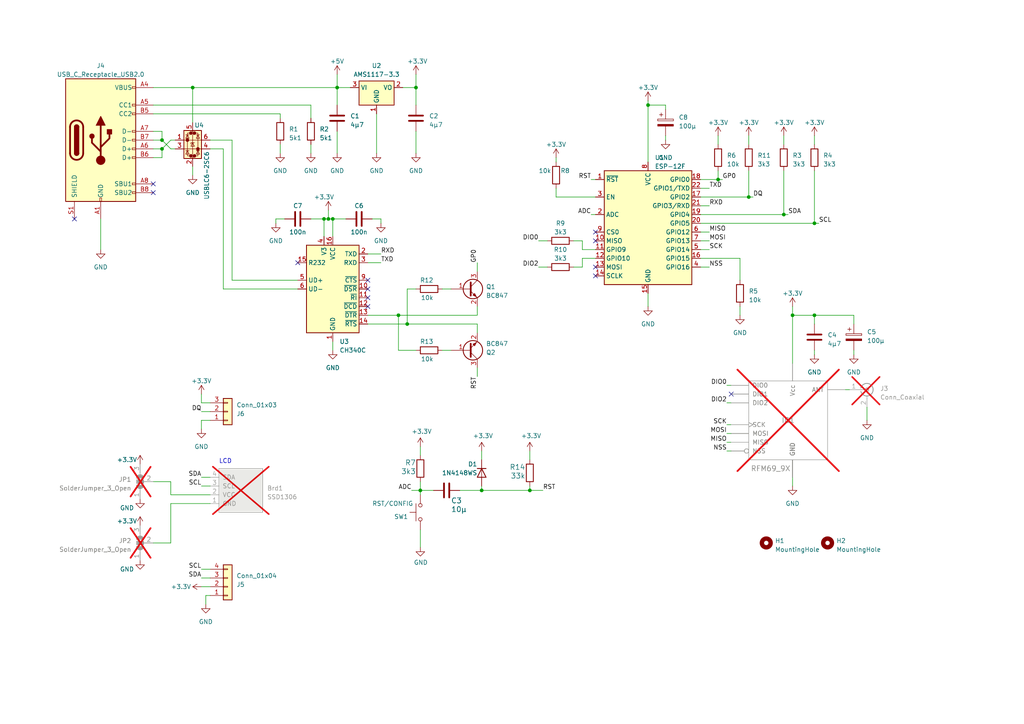
<source format=kicad_sch>
(kicad_sch (version 20231120) (generator "eeschema") (generator_version "8.0")
  (paper "A4")
  (title_block (date "2023-06-12"))
  (lib_symbols
    (symbol "1N4148WS_1" (pin_numbers hide) (pin_names hide)
      (property "Reference" "D" (at 0 2.54 0))
      (property "Value" "1N4148WS" (at 0 -2.54 0))
      (symbol "1N4148WS_1_0_1"
        (polyline (pts (xy -1.27 1.27) (xy -1.27 -1.27)) (stroke (width 0.254)))
        (polyline (pts (xy 1.27 0) (xy -1.27 0)))
        (polyline (pts (xy 1.27 1.27) (xy 1.27 -1.27) (xy -1.27 0) (xy 1.27 1.27)) (stroke (width 0.254)))
      )
      (symbol "1N4148WS_1_1_1"
        (pin passive line (at -3.81 0 0) (length 2.54) (name "K") (number "1"))
        (pin passive line (at 3.81 0 180) (length 2.54) (name "A") (number "2"))
      )
    )
    (symbol "Connector:Conn_Coaxial" (pin_names (offset 1.016) hide)
      (property "Reference" "J" (at 0.254 3.048 0))
      (property "Value" "Conn_Coaxial" (at 2.921 0 90))
      (symbol "Conn_Coaxial_0_1"
        (arc (start -1.778 -0.508) (mid 0.2311 -1.8066) (end 1.778 0) (stroke (width 0.254)))
        (polyline (pts (xy -2.54 0) (xy -0.508 0)))
        (polyline (pts (xy 0 -2.54) (xy 0 -1.778)))
        (circle (center 0 0) (radius 0.508) (stroke (width 0.2032)))
        (arc (start 1.778 0) (mid 0.2099 1.8101) (end -1.778 0.508) (stroke (width 0.254)))
      )
      (symbol "Conn_Coaxial_1_1"
        (pin passive line (at -5.08 0 0) (length 2.54) (name "In") (number "1"))
        (pin passive line (at 0 -5.08 90) (length 2.54) (name "Ext") (number "2"))
      )
    )
    (symbol "Connector:USB_C_Receptacle_USB2.0" (pin_names (offset 1.016))
      (property "Reference" "J" (at -10.16 19.05 0))
      (property "Value" "USB_C_Receptacle_USB2.0" (at 19.05 19.05 0))
      (symbol "USB_C_Receptacle_USB2.0_0_0"
        (rectangle (start -0.254 -17.78) (end 0.254 -16.764))
        (rectangle (start 10.16 -14.986) (end 9.144 -15.494))
        (rectangle (start 10.16 -12.446) (end 9.144 -12.954))
        (rectangle (start 10.16 -4.826) (end 9.144 -5.334))
        (rectangle (start 10.16 -2.286) (end 9.144 -2.794))
        (rectangle (start 10.16 0.254) (end 9.144 -0.254))
        (rectangle (start 10.16 2.794) (end 9.144 2.286))
        (rectangle (start 10.16 7.874) (end 9.144 7.366))
        (rectangle (start 10.16 10.414) (end 9.144 9.906))
        (rectangle (start 10.16 15.494) (end 9.144 14.986))
      )
      (symbol "USB_C_Receptacle_USB2.0_0_1"
        (rectangle (start -10.16 17.78) (end 10.16 -17.78) (stroke (width 0.254)) (fill (type background)))
        (arc (start -8.89 -3.81) (mid -6.985 -5.7067) (end -5.08 -3.81) (stroke (width 0.508)))
        (arc (start -7.62 -3.81) (mid -6.985 -4.4423) (end -6.35 -3.81) (stroke (width 0.254)))
        (arc (start -7.62 -3.81) (mid -6.985 -4.4423) (end -6.35 -3.81) (stroke (width 0.254)) (fill (type outline)))
        (rectangle (start -7.62 -3.81) (end -6.35 3.81) (stroke (width 0.254)) (fill (type outline)))
        (arc (start -6.35 3.81) (mid -6.985 4.4423) (end -7.62 3.81) (stroke (width 0.254)))
        (arc (start -6.35 3.81) (mid -6.985 4.4423) (end -7.62 3.81) (stroke (width 0.254)) (fill (type outline)))
        (arc (start -5.08 3.81) (mid -6.985 5.7067) (end -8.89 3.81) (stroke (width 0.508)))
        (circle (center -2.54 1.143) (radius 0.635) (stroke (width 0.254)) (fill (type outline)))
        (circle (center 0 -5.842) (radius 1.27) (fill (type outline)))
        (polyline (pts (xy -8.89 -3.81) (xy -8.89 3.81)) (stroke (width 0.508)))
        (polyline (pts (xy -5.08 3.81) (xy -5.08 -3.81)) (stroke (width 0.508)))
        (polyline (pts (xy 0 -5.842) (xy 0 4.318)) (stroke (width 0.508)))
        (polyline (pts (xy 0 -3.302) (xy -2.54 -0.762) (xy -2.54 0.508)) (stroke (width 0.508)))
        (polyline (pts (xy 0 -2.032) (xy 2.54 0.508) (xy 2.54 1.778)) (stroke (width 0.508)))
        (polyline (pts (xy -1.27 4.318) (xy 0 6.858) (xy 1.27 4.318) (xy -1.27 4.318)) (stroke (width 0.254)) (fill (type outline)))
        (rectangle (start 1.905 1.778) (end 3.175 3.048) (stroke (width 0.254)) (fill (type outline)))
      )
      (symbol "USB_C_Receptacle_USB2.0_1_1"
        (pin passive line (at 0 -22.86 90) (length 5.08) (name "GND") (number "A1"))
        (pin passive line (at 0 -22.86 90) (length 5.08) hide (name "GND") (number "A12"))
        (pin passive line (at 15.24 15.24 180) (length 5.08) (name "VBUS") (number "A4"))
        (pin bidirectional line (at 15.24 10.16 180) (length 5.08) (name "CC1") (number "A5"))
        (pin bidirectional line (at 15.24 -2.54 180) (length 5.08) (name "D+") (number "A6"))
        (pin bidirectional line (at 15.24 2.54 180) (length 5.08) (name "D-") (number "A7"))
        (pin bidirectional line (at 15.24 -12.7 180) (length 5.08) (name "SBU1") (number "A8"))
        (pin passive line (at 15.24 15.24 180) (length 5.08) hide (name "VBUS") (number "A9"))
        (pin passive line (at 0 -22.86 90) (length 5.08) hide (name "GND") (number "B1"))
        (pin passive line (at 0 -22.86 90) (length 5.08) hide (name "GND") (number "B12"))
        (pin passive line (at 15.24 15.24 180) (length 5.08) hide (name "VBUS") (number "B4"))
        (pin bidirectional line (at 15.24 7.62 180) (length 5.08) (name "CC2") (number "B5"))
        (pin bidirectional line (at 15.24 -5.08 180) (length 5.08) (name "D+") (number "B6"))
        (pin bidirectional line (at 15.24 0 180) (length 5.08) (name "D-") (number "B7"))
        (pin bidirectional line (at 15.24 -15.24 180) (length 5.08) (name "SBU2") (number "B8"))
        (pin passive line (at 15.24 15.24 180) (length 5.08) hide (name "VBUS") (number "B9"))
        (pin passive line (at -7.62 -22.86 90) (length 5.08) (name "SHIELD") (number "S1"))
      )
    )
    (symbol "Connector_Generic:Conn_01x03" (pin_names (offset 1.016) hide)
      (property "Reference" "J" (at 0 5.08 0))
      (property "Value" "Conn_01x03" (at 0 -5.08 0))
      (symbol "Conn_01x03_1_1"
        (rectangle (start -1.27 -2.413) (end 0 -2.667) (stroke (width 0.1524)))
        (rectangle (start -1.27 0.127) (end 0 -0.127) (stroke (width 0.1524)))
        (rectangle (start -1.27 2.667) (end 0 2.413) (stroke (width 0.1524)))
        (rectangle (start -1.27 3.81) (end 1.27 -3.81) (stroke (width 0.254)) (fill (type background)))
        (pin passive line (at -5.08 2.54 0) (length 3.81) (name "Pin_1") (number "1"))
        (pin passive line (at -5.08 0 0) (length 3.81) (name "Pin_2") (number "2"))
        (pin passive line (at -5.08 -2.54 0) (length 3.81) (name "Pin_3") (number "3"))
      )
    )
    (symbol "Connector_Generic:Conn_01x04" (pin_names (offset 1.016) hide)
      (property "Reference" "J" (at 0 5.08 0))
      (property "Value" "Conn_01x04" (at 0 -7.62 0))
      (symbol "Conn_01x04_1_1"
        (rectangle (start -1.27 -4.953) (end 0 -5.207) (stroke (width 0.1524)))
        (rectangle (start -1.27 -2.413) (end 0 -2.667) (stroke (width 0.1524)))
        (rectangle (start -1.27 0.127) (end 0 -0.127) (stroke (width 0.1524)))
        (rectangle (start -1.27 2.667) (end 0 2.413) (stroke (width 0.1524)))
        (rectangle (start -1.27 3.81) (end 1.27 -6.35) (stroke (width 0.254)) (fill (type background)))
        (pin passive line (at -5.08 2.54 0) (length 3.81) (name "Pin_1") (number "1"))
        (pin passive line (at -5.08 0 0) (length 3.81) (name "Pin_2") (number "2"))
        (pin passive line (at -5.08 -2.54 0) (length 3.81) (name "Pin_3") (number "3"))
        (pin passive line (at -5.08 -5.08 0) (length 3.81) (name "Pin_4") (number "4"))
      )
    )
    (symbol "Device:C" (pin_numbers hide) (pin_names (offset 0.254))
      (property "Reference" "C" (at 0.635 2.54 0))
      (property "Value" "C" (at 0.635 -2.54 0))
      (symbol "C_0_1"
        (polyline (pts (xy -2.032 -0.762) (xy 2.032 -0.762)) (stroke (width 0.508)))
        (polyline (pts (xy -2.032 0.762) (xy 2.032 0.762)) (stroke (width 0.508)))
      )
      (symbol "C_1_1"
        (pin passive line (at 0 3.81 270) (length 2.794) (name "~") (number "1"))
        (pin passive line (at 0 -3.81 90) (length 2.794) (name "~") (number "2"))
      )
    )
    (symbol "Device:C_Polarized" (pin_numbers hide) (pin_names (offset 0.254))
      (property "Reference" "C" (at 0.635 2.54 0))
      (property "Value" "C_Polarized" (at 0.635 -2.54 0))
      (symbol "C_Polarized_0_1"
        (rectangle (start -2.286 0.508) (end 2.286 1.016))
        (polyline (pts (xy -1.778 2.286) (xy -0.762 2.286)))
        (polyline (pts (xy -1.27 2.794) (xy -1.27 1.778)))
        (rectangle (start 2.286 -0.508) (end -2.286 -1.016) (fill (type outline)))
      )
      (symbol "C_Polarized_1_1"
        (pin passive line (at 0 3.81 270) (length 2.794) (name "~") (number "1"))
        (pin passive line (at 0 -3.81 90) (length 2.794) (name "~") (number "2"))
      )
    )
    (symbol "Device:R" (pin_numbers hide) (pin_names (offset 0))
      (property "Reference" "R" (at 2.032 0 90))
      (property "Value" "R" (at 0 0 90))
      (symbol "R_0_1"
        (rectangle (start -1.016 -2.54) (end 1.016 2.54) (stroke (width 0.254)))
      )
      (symbol "R_1_1"
        (pin passive line (at 0 3.81 270) (length 1.27) (name "~") (number "1"))
        (pin passive line (at 0 -3.81 90) (length 1.27) (name "~") (number "2"))
      )
    )
    (symbol "Interface_USB:CH340C"
      (property "Reference" "U" (at -5.08 13.97 0))
      (property "Value" "CH340C" (at 1.27 13.97 0))
      (symbol "CH340C_0_1"
        (rectangle (start -7.62 12.7) (end 7.62 -12.7) (stroke (width 0.254)) (fill (type background)))
      )
      (symbol "CH340C_1_1"
        (pin power_in line (at 0 -15.24 90) (length 2.54) (name "GND") (number "1"))
        (pin input line (at 10.16 0 180) (length 2.54) (name "~{DSR}") (number "10"))
        (pin input line (at 10.16 -2.54 180) (length 2.54) (name "~{RI}") (number "11"))
        (pin input line (at 10.16 -5.08 180) (length 2.54) (name "~{DCD}") (number "12"))
        (pin output line (at 10.16 -7.62 180) (length 2.54) (name "~{DTR}") (number "13"))
        (pin output line (at 10.16 -10.16 180) (length 2.54) (name "~{RTS}") (number "14"))
        (pin input line (at -10.16 7.62 0) (length 2.54) (name "R232") (number "15"))
        (pin power_in line (at 0 15.24 270) (length 2.54) (name "VCC") (number "16"))
        (pin output line (at 10.16 10.16 180) (length 2.54) (name "TXD") (number "2"))
        (pin input line (at 10.16 7.62 180) (length 2.54) (name "RXD") (number "3"))
        (pin passive line (at -2.54 15.24 270) (length 2.54) (name "V3") (number "4"))
        (pin bidirectional line (at -10.16 2.54 0) (length 2.54) (name "UD+") (number "5"))
        (pin bidirectional line (at -10.16 0 0) (length 2.54) (name "UD-") (number "6"))
        (pin no_connect line (at -7.62 -7.62 0) (length 2.54) hide (name "NC") (number "7"))
        (pin no_connect line (at -7.62 -10.16 0) (length 2.54) hide (name "NC") (number "8"))
        (pin input line (at 10.16 2.54 180) (length 2.54) (name "~{CTS}") (number "9"))
      )
    )
    (symbol "Jumper:SolderJumper_3_Open" (pin_names (offset 0) hide)
      (property "Reference" "JP" (at -2.54 -2.54 0))
      (property "Value" "SolderJumper_3_Open" (at 0 2.794 0))
      (symbol "SolderJumper_3_Open_0_1"
        (arc (start -1.016 1.016) (mid -2.0276 0) (end -1.016 -1.016))
        (arc (start -1.016 1.016) (mid -2.0276 0) (end -1.016 -1.016) (fill (type outline)))
        (rectangle (start -0.508 1.016) (end 0.508 -1.016) (fill (type outline)))
        (polyline (pts (xy -2.54 0) (xy -2.032 0)))
        (polyline (pts (xy -1.016 1.016) (xy -1.016 -1.016)))
        (polyline (pts (xy 0 -1.27) (xy 0 -1.016)))
        (polyline (pts (xy 1.016 1.016) (xy 1.016 -1.016)))
        (polyline (pts (xy 2.54 0) (xy 2.032 0)))
        (arc (start 1.016 -1.016) (mid 2.0276 0) (end 1.016 1.016))
        (arc (start 1.016 -1.016) (mid 2.0276 0) (end 1.016 1.016) (fill (type outline)))
      )
      (symbol "SolderJumper_3_Open_1_1"
        (pin passive line (at -5.08 0 0) (length 2.54) (name "A") (number "1"))
        (pin passive line (at 0 -3.81 90) (length 2.54) (name "C") (number "2"))
        (pin passive line (at 5.08 0 180) (length 2.54) (name "B") (number "3"))
      )
    )
    (symbol "Mechanical:MountingHole" (pin_names (offset 1.016))
      (property "Reference" "H" (at 0 5.08 0))
      (property "Value" "MountingHole" (at 0 3.175 0))
      (symbol "MountingHole_0_1"
        (circle (center 0 0) (radius 1.27) (stroke (width 1.27)))
      )
    )
    (symbol "Power_Protection:USBLC6-2SC6" (pin_names hide)
      (property "Reference" "U" (at 0.635 5.715 0))
      (property "Value" "USBLC6-2SC6" (at 0.635 3.81 0))
      (symbol "USBLC6-2SC6_0_0"
        (circle (center -1.524 0) (radius 0.0001) (stroke (width 0.508)))
        (circle (center -0.508 -4.572) (radius 0.0001) (stroke (width 0.508)))
        (circle (center -0.508 2.032) (radius 0.0001) (stroke (width 0.508)))
        (circle (center 0.508 -4.572) (radius 0.0001) (stroke (width 0.508)))
        (circle (center 0.508 2.032) (radius 0.0001) (stroke (width 0.508)))
        (circle (center 1.524 -2.54) (radius 0.0001) (stroke (width 0.508)))
      )
      (symbol "USBLC6-2SC6_0_1"
        (polyline (pts (xy -2.54 -2.54) (xy 2.54 -2.54)))
        (polyline (pts (xy -2.54 0) (xy 2.54 0)))
        (polyline (pts (xy -2.032 -3.048) (xy -1.016 -3.048)))
        (polyline (pts (xy -1.016 1.524) (xy -2.032 1.524)))
        (polyline (pts (xy 1.016 -3.048) (xy 2.032 -3.048)))
        (polyline (pts (xy 1.016 1.524) (xy 2.032 1.524)))
        (polyline (pts (xy -0.508 -1.143) (xy -0.508 -0.762) (xy 0.508 -0.762)))
        (polyline (pts (xy -2.032 0.508) (xy -1.016 0.508) (xy -1.524 1.524) (xy -2.032 0.508)))
        (polyline (pts (xy -1.016 -4.064) (xy -2.032 -4.064) (xy -1.524 -3.048) (xy -1.016 -4.064)))
        (polyline (pts (xy 0.508 -1.778) (xy -0.508 -1.778) (xy 0 -0.762) (xy 0.508 -1.778)))
        (polyline (pts (xy 2.032 -4.064) (xy 1.016 -4.064) (xy 1.524 -3.048) (xy 2.032 -4.064)))
        (polyline (pts (xy 2.032 0.508) (xy 1.016 0.508) (xy 1.524 1.524) (xy 2.032 0.508)))
        (polyline (pts (xy 0 2.54) (xy -0.508 2.032) (xy 0.508 2.032) (xy 0 1.524) (xy 0 -4.064) (xy -0.508 -4.572) (xy 0.508 -4.572) (xy 0 -5.08)))
      )
      (symbol "USBLC6-2SC6_1_1"
        (rectangle (start -2.54 2.794) (end 2.54 -5.334) (stroke (width 0.254)) (fill (type background)))
        (polyline (pts (xy -0.508 2.032) (xy -1.524 2.032) (xy -1.524 -4.572) (xy -0.508 -4.572)))
        (polyline (pts (xy 0.508 -4.572) (xy 1.524 -4.572) (xy 1.524 2.032) (xy 0.508 2.032)))
        (pin passive line (at -5.08 0 0) (length 2.54) (name "I/O1") (number "1"))
        (pin passive line (at 0 -7.62 90) (length 2.54) (name "GND") (number "2"))
        (pin passive line (at -5.08 -2.54 0) (length 2.54) (name "I/O2") (number "3"))
        (pin passive line (at 5.08 -2.54 180) (length 2.54) (name "I/O2") (number "4"))
        (pin passive line (at 0 5.08 270) (length 2.54) (name "VBUS") (number "5"))
        (pin passive line (at 5.08 0 180) (length 2.54) (name "I/O1") (number "6"))
      )
    )
    (symbol "RFM69_9x:RFM69_9X" (pin_names (offset 1.016))
      (property "Reference" "IC" (at -12.7 13.208 0))
      (property "Value" "RFM69_9X" (at -12.7 -12.7 0))
      (symbol "RFM69_9X_1_0"
        (polyline (pts (xy -12.7 -10.16) (xy -12.7 12.7)))
        (polyline (pts (xy -12.7 12.7) (xy 10.16 12.7)))
        (polyline (pts (xy 10.16 -10.16) (xy -12.7 -10.16)))
        (polyline (pts (xy 10.16 12.7) (xy 10.16 -10.16)))
        (pin power_in line (at 0 -15.24 90) (length 5.08) (name "GND") (number "2.1"))
        (pin power_in line (at 0 -15.24 90) (length 5.08) (name "GND") (number "2.10"))
        (pin power_in line (at 0 -15.24 90) (length 5.08) (name "GND") (number "2.8"))
        (pin bidirectional line (at 15.24 10.16 180) (length 5.08) (name "ANT") (number "ANT"))
        (pin bidirectional line (at -17.78 11.43 0) (length 5.08) (name "DIO0") (number "DIO0"))
        (pin bidirectional line (at -17.78 8.89 0) (length 5.08) (name "DIO1") (number "DIO1"))
        (pin bidirectional line (at -17.78 6.35 0) (length 5.08) (name "DIO2") (number "DIO2"))
        (pin power_in line (at 0 -15.24 90) (length 5.08) (name "GND") (number "GND"))
        (pin output line (at -17.78 -5.08 0) (length 5.08) (name "MISO") (number "MISO"))
        (pin input line (at -17.78 -2.54 0) (length 5.08) (name "MOSI") (number "MOSI"))
        (pin input inverted (at -17.78 -7.62 0) (length 5.08) (name "NSS") (number "NSS"))
        (pin input clock (at -17.78 0 0) (length 5.08) (name "SCK") (number "SCK"))
        (pin power_in line (at 0 17.78 270) (length 5.08) (name "Vcc") (number "Vcc"))
      )
    )
    (symbol "RF_Module:ESP-12F"
      (property "Reference" "U" (at -12.7 19.05 0))
      (property "Value" "ESP-12F" (at 12.7 19.05 0))
      (symbol "ESP-12F_0_1"
        (rectangle (start -12.7 17.78) (end 12.7 -15.24) (stroke (width 0.254)) (fill (type background)))
      )
      (symbol "ESP-12F_1_1"
        (pin input line (at -15.24 15.24 0) (length 2.54) (name "~{RST}") (number "1"))
        (pin bidirectional line (at -15.24 -2.54 0) (length 2.54) (name "MISO") (number "10"))
        (pin bidirectional line (at -15.24 -5.08 0) (length 2.54) (name "GPIO9") (number "11"))
        (pin bidirectional line (at -15.24 -7.62 0) (length 2.54) (name "GPIO10") (number "12"))
        (pin bidirectional line (at -15.24 -10.16 0) (length 2.54) (name "MOSI") (number "13"))
        (pin bidirectional line (at -15.24 -12.7 0) (length 2.54) (name "SCLK") (number "14"))
        (pin power_in line (at 0 -17.78 90) (length 2.54) (name "GND") (number "15"))
        (pin bidirectional line (at 15.24 -7.62 180) (length 2.54) (name "GPIO15") (number "16"))
        (pin bidirectional line (at 15.24 10.16 180) (length 2.54) (name "GPIO2") (number "17"))
        (pin bidirectional line (at 15.24 15.24 180) (length 2.54) (name "GPIO0") (number "18"))
        (pin bidirectional line (at 15.24 5.08 180) (length 2.54) (name "GPIO4") (number "19"))
        (pin input line (at -15.24 5.08 0) (length 2.54) (name "ADC") (number "2"))
        (pin bidirectional line (at 15.24 2.54 180) (length 2.54) (name "GPIO5") (number "20"))
        (pin bidirectional line (at 15.24 7.62 180) (length 2.54) (name "GPIO3/RXD") (number "21"))
        (pin bidirectional line (at 15.24 12.7 180) (length 2.54) (name "GPIO1/TXD") (number "22"))
        (pin input line (at -15.24 10.16 0) (length 2.54) (name "EN") (number "3"))
        (pin bidirectional line (at 15.24 -10.16 180) (length 2.54) (name "GPIO16") (number "4"))
        (pin bidirectional line (at 15.24 -5.08 180) (length 2.54) (name "GPIO14") (number "5"))
        (pin bidirectional line (at 15.24 0 180) (length 2.54) (name "GPIO12") (number "6"))
        (pin bidirectional line (at 15.24 -2.54 180) (length 2.54) (name "GPIO13") (number "7"))
        (pin power_in line (at 0 20.32 270) (length 2.54) (name "VCC") (number "8"))
        (pin input line (at -15.24 0 0) (length 2.54) (name "CS0") (number "9"))
      )
    )
    (symbol "Regulator_Linear:AMS1117-3.3"
      (property "Reference" "U" (at -3.81 3.175 0))
      (property "Value" "AMS1117-3.3" (at 0 3.175 0))
      (symbol "AMS1117-3.3_0_1"
        (rectangle (start -5.08 -5.08) (end 5.08 1.905) (stroke (width 0.254)) (fill (type background)))
      )
      (symbol "AMS1117-3.3_1_1"
        (pin power_in line (at 0 -7.62 90) (length 2.54) (name "GND") (number "1"))
        (pin power_out line (at 7.62 0 180) (length 2.54) (name "VO") (number "2"))
        (pin power_in line (at -7.62 0 0) (length 2.54) (name "VI") (number "3"))
      )
    )
    (symbol "SSD1306-128x64_OLED:SSD1306" (pin_names (offset 1.016))
      (property "Reference" "Brd" (at 0 -3.81 0))
      (property "Value" "SSD1306" (at 0 -1.27 0))
      (symbol "SSD1306_0_1"
        (rectangle (start -6.35 6.35) (end 6.35 -6.35) (fill (type background)))
      )
      (symbol "SSD1306_1_1"
        (pin input line (at -3.81 8.89 270) (length 2.54) (name "GND") (number "1"))
        (pin input line (at -1.27 8.89 270) (length 2.54) (name "VCC") (number "2"))
        (pin input line (at 1.27 8.89 270) (length 2.54) (name "SCL") (number "3"))
        (pin input line (at 3.81 8.89 270) (length 2.54) (name "SDA") (number "4"))
      )
    )
    (symbol "Switch:SW_Push" (pin_numbers hide) (pin_names (offset 1.016) hide)
      (property "Reference" "SW" (at 1.27 2.54 0))
      (property "Value" "SW_Push" (at 0 -1.524 0))
      (symbol "SW_Push_0_1"
        (circle (center -2.032 0) (radius 0.508))
        (polyline (pts (xy 0 1.27) (xy 0 3.048)))
        (polyline (pts (xy 2.54 1.27) (xy -2.54 1.27)))
        (circle (center 2.032 0) (radius 0.508))
        (pin passive line (at -5.08 0 0) (length 2.54) (name "1") (number "1"))
        (pin passive line (at 5.08 0 180) (length 2.54) (name "2") (number "2"))
      )
    )
    (symbol "Transistor_BJT:BC847" (pin_names (offset 0) hide)
      (property "Reference" "Q" (at 5.08 1.905 0))
      (property "Value" "BC847" (at 5.08 0 0))
      (symbol "BC847_0_1"
        (polyline (pts (xy 0.635 0.635) (xy 2.54 2.54)))
        (polyline (pts (xy 0.635 -0.635) (xy 2.54 -2.54) (xy 2.54 -2.54)))
        (polyline (pts (xy 0.635 1.905) (xy 0.635 -1.905) (xy 0.635 -1.905)) (stroke (width 0.508)))
        (polyline (pts (xy 1.27 -1.778) (xy 1.778 -1.27) (xy 2.286 -2.286) (xy 1.27 -1.778) (xy 1.27 -1.778)) (fill (type outline)))
        (circle (center 1.27 0) (radius 2.8194) (stroke (width 0.254)))
      )
      (symbol "BC847_1_1"
        (pin input line (at -5.08 0 0) (length 5.715) (name "B") (number "1"))
        (pin passive line (at 2.54 -5.08 90) (length 2.54) (name "E") (number "2"))
        (pin passive line (at 2.54 5.08 270) (length 2.54) (name "C") (number "3"))
      )
    )
    (symbol "power:+3.3V" (power) (pin_names (offset 0))
      (property "Value" "+3.3V" (at 0 3.556 0))
      (symbol "+3.3V_0_1"
        (polyline (pts (xy -0.762 1.27) (xy 0 2.54)))
        (polyline (pts (xy 0 0) (xy 0 2.54)))
        (polyline (pts (xy 0 2.54) (xy 0.762 1.27)))
      )
      (symbol "+3.3V_1_1"
        (pin power_in line (at 0 0 90) (length 0) hide (name "+3.3V") (number "1"))
      )
    )
    (symbol "power:+5V" (power) (pin_names (offset 0))
      (property "Value" "+5V" (at 0 3.556 0))
      (symbol "+5V_0_1"
        (polyline (pts (xy -0.762 1.27) (xy 0 2.54)))
        (polyline (pts (xy 0 0) (xy 0 2.54)))
        (polyline (pts (xy 0 2.54) (xy 0.762 1.27)))
      )
      (symbol "+5V_1_1"
        (pin power_in line (at 0 0 90) (length 0) hide (name "+5V") (number "1"))
      )
    )
    (symbol "power:GND" (power) (pin_names (offset 0))
      (property "Value" "GND" (at 0 -3.81 0))
      (symbol "GND_0_1"
        (polyline (pts (xy 0 0) (xy 0 -1.27) (xy 1.27 -1.27) (xy 0 -2.54) (xy -1.27 -1.27) (xy 0 -1.27)))
      )
      (symbol "GND_1_1"
        (pin power_in line (at 0 0 270) (length 0) hide (name "GND") (number "1"))
      )
    )
  )
  (junction (at 46.99 40.64))
  (junction (at 187.96 30.48))
  (junction (at 139.7 142.24))
  (junction (at 95.25 63.5))
  (junction (at 46.99 43.18))
  (junction (at 97.79 25.4))
  (junction (at 118.11 93.98))
  (junction (at 121.92 142.24))
  (junction (at 96.52 63.5))
  (junction (at 93.98 63.5))
  (junction (at 153.67 142.24))
  (junction (at 236.22 91.44))
  (junction (at 208.28 52.07))
  (junction (at 229.87 91.44))
  (junction (at 55.88 25.4))
  (junction (at 217.17 57.15))
  (junction (at 227.33 62.23))
  (junction (at 120.65 25.4))
  (junction (at 236.22 64.77))
  (junction (at 115.57 91.44))
  (no_connect (at 106.68 81.28))
  (no_connect (at 86.36 76.2))
  (no_connect (at 172.72 67.31))
  (no_connect (at 172.72 77.47))
  (no_connect (at 106.68 86.36))
  (no_connect (at 21.59 63.5))
  (no_connect (at 106.68 83.82))
  (no_connect (at 212.09 114.3))
  (no_connect (at 106.68 88.9))
  (no_connect (at 44.45 53.34))
  (no_connect (at 44.45 55.88))
  (no_connect (at 172.72 80.01))
  (no_connect (at 172.72 69.85))
  (wire (pts (xy 208.28 39.37) (xy 208.28 41.91)))
  (wire (pts (xy 236.22 39.37) (xy 236.22 41.91)))
  (wire (pts (xy 138.43 91.44) (xy 138.43 88.9)))
  (wire (pts (xy 210.82 123.19) (xy 212.09 123.19)))
  (wire (pts (xy 46.99 38.1) (xy 46.99 40.64)))
  (wire (pts (xy 29.21 63.5) (xy 29.21 72.39)))
  (wire (pts (xy 101.6 25.4) (xy 97.79 25.4)))
  (wire (pts (xy 106.68 73.66) (xy 110.49 73.66)))
  (wire (pts (xy 227.33 39.37) (xy 227.33 41.91)))
  (wire (pts (xy 229.87 138.43) (xy 229.87 140.97)))
  (wire (pts (xy 106.68 93.98) (xy 118.11 93.98)))
  (wire (pts (xy 168.91 74.93) (xy 168.91 77.47)))
  (wire (pts (xy 208.28 52.07) (xy 208.28 49.53)))
  (wire (pts (xy 90.17 30.48) (xy 90.17 34.29)))
  (wire (pts (xy 138.43 106.68) (xy 138.43 109.22)))
  (wire (pts (xy 93.98 63.5) (xy 93.98 68.58)))
  (wire (pts (xy 128.27 83.82) (xy 130.81 83.82)))
  (wire (pts (xy 95.25 63.5) (xy 96.52 63.5)))
  (wire (pts (xy 168.91 69.85) (xy 166.37 69.85)))
  (wire (pts (xy 203.2 69.85) (xy 205.74 69.85)))
  (wire (pts (xy 49.53 146.05) (xy 60.96 146.05)))
  (wire (pts (xy 217.17 57.15) (xy 217.17 49.53)))
  (wire (pts (xy 44.45 45.72) (xy 46.99 45.72)))
  (wire (pts (xy 86.36 81.28) (xy 67.31 81.28)))
  (wire (pts (xy 125.73 142.24) (xy 121.92 142.24)))
  (wire (pts (xy 139.7 142.24) (xy 153.67 142.24)))
  (wire (pts (xy 81.28 41.91) (xy 81.28 44.45)))
  (wire (pts (xy 229.87 91.44) (xy 236.22 91.44)))
  (wire (pts (xy 118.11 93.98) (xy 138.43 93.98)))
  (wire (pts (xy 107.95 63.5) (xy 110.49 63.5)))
  (wire (pts (xy 121.92 158.75) (xy 121.92 153.67)))
  (wire (pts (xy 58.42 121.92) (xy 58.42 124.46)))
  (wire (pts (xy 60.96 116.84) (xy 58.42 116.84)))
  (wire (pts (xy 93.98 63.5) (xy 95.25 63.5)))
  (wire (pts (xy 121.92 139.7) (xy 121.92 142.24)))
  (wire (pts (xy 161.29 57.15) (xy 172.72 57.15)))
  (wire (pts (xy 120.65 83.82) (xy 118.11 83.82)))
  (wire (pts (xy 67.31 81.28) (xy 67.31 40.64)))
  (wire (pts (xy 168.91 77.47) (xy 166.37 77.47)))
  (wire (pts (xy 138.43 76.2) (xy 138.43 78.74)))
  (wire (pts (xy 217.17 39.37) (xy 217.17 41.91)))
  (wire (pts (xy 203.2 64.77) (xy 236.22 64.77)))
  (wire (pts (xy 49.53 139.7) (xy 49.53 143.51)))
  (wire (pts (xy 187.96 30.48) (xy 187.96 46.99)))
  (wire (pts (xy 247.65 91.44) (xy 247.65 93.98)))
  (wire (pts (xy 120.65 38.1) (xy 120.65 44.45)))
  (wire (pts (xy 210.82 116.84) (xy 212.09 116.84)))
  (wire (pts (xy 67.31 40.64) (xy 60.96 40.64)))
  (wire (pts (xy 55.88 48.26) (xy 55.88 50.8)))
  (wire (pts (xy 100.33 63.5) (xy 96.52 63.5)))
  (wire (pts (xy 95.25 63.5) (xy 95.25 60.96)))
  (wire (pts (xy 139.7 133.35) (xy 139.7 130.81)))
  (wire (pts (xy 109.22 33.02) (xy 109.22 44.45)))
  (wire (pts (xy 203.2 74.93) (xy 214.63 74.93)))
  (wire (pts (xy 58.42 119.38) (xy 60.96 119.38)))
  (wire (pts (xy 247.65 101.6) (xy 247.65 102.87)))
  (wire (pts (xy 121.92 142.24) (xy 119.38 142.24)))
  (wire (pts (xy 156.21 69.85) (xy 158.75 69.85)))
  (wire (pts (xy 49.53 43.18) (xy 50.8 43.18)))
  (wire (pts (xy 110.49 63.5) (xy 110.49 64.77)))
  (wire (pts (xy 203.2 59.69) (xy 205.74 59.69)))
  (wire (pts (xy 64.77 83.82) (xy 64.77 43.18)))
  (wire (pts (xy 138.43 93.98) (xy 138.43 96.52)))
  (wire (pts (xy 203.2 54.61) (xy 205.74 54.61)))
  (wire (pts (xy 44.45 38.1) (xy 46.99 38.1)))
  (wire (pts (xy 236.22 64.77) (xy 236.22 49.53)))
  (wire (pts (xy 236.22 91.44) (xy 236.22 93.98)))
  (wire (pts (xy 153.67 140.97) (xy 153.67 142.24)))
  (wire (pts (xy 236.22 64.77) (xy 237.49 64.77)))
  (wire (pts (xy 229.87 88.9) (xy 229.87 91.44)))
  (wire (pts (xy 60.96 121.92) (xy 58.42 121.92)))
  (wire (pts (xy 44.45 33.02) (xy 81.28 33.02)))
  (wire (pts (xy 251.46 118.11) (xy 251.46 121.92)))
  (wire (pts (xy 229.87 105.41) (xy 229.87 91.44)))
  (wire (pts (xy 203.2 57.15) (xy 217.17 57.15)))
  (wire (pts (xy 171.45 52.07) (xy 172.72 52.07)))
  (wire (pts (xy 49.53 143.51) (xy 60.96 143.51)))
  (wire (pts (xy 171.45 62.23) (xy 172.72 62.23)))
  (wire (pts (xy 193.04 31.75) (xy 193.04 30.48)))
  (wire (pts (xy 64.77 43.18) (xy 60.96 43.18)))
  (wire (pts (xy 46.99 43.18) (xy 46.99 45.72)))
  (wire (pts (xy 106.68 91.44) (xy 115.57 91.44)))
  (wire (pts (xy 210.82 128.27) (xy 212.09 128.27)))
  (wire (pts (xy 44.45 30.48) (xy 90.17 30.48)))
  (wire (pts (xy 208.28 52.07) (xy 209.55 52.07)))
  (wire (pts (xy 133.35 142.24) (xy 139.7 142.24)))
  (wire (pts (xy 203.2 52.07) (xy 208.28 52.07)))
  (wire (pts (xy 115.57 91.44) (xy 138.43 91.44)))
  (wire (pts (xy 193.04 39.37) (xy 193.04 40.64)))
  (wire (pts (xy 58.42 170.18) (xy 60.96 170.18)))
  (wire (pts (xy 58.42 140.97) (xy 60.96 140.97)))
  (wire (pts (xy 106.68 76.2) (xy 110.49 76.2)))
  (wire (pts (xy 161.29 45.72) (xy 161.29 46.99)))
  (wire (pts (xy 139.7 140.97) (xy 139.7 142.24)))
  (wire (pts (xy 44.45 157.48) (xy 49.53 157.48)))
  (wire (pts (xy 90.17 41.91) (xy 90.17 44.45)))
  (wire (pts (xy 97.79 38.1) (xy 97.79 44.45)))
  (wire (pts (xy 55.88 25.4) (xy 97.79 25.4)))
  (wire (pts (xy 116.84 25.4) (xy 120.65 25.4)))
  (wire (pts (xy 203.2 62.23) (xy 227.33 62.23)))
  (wire (pts (xy 58.42 165.1) (xy 60.96 165.1)))
  (wire (pts (xy 49.53 40.64) (xy 50.8 40.64)))
  (wire (pts (xy 58.42 116.84) (xy 58.42 114.3)))
  (wire (pts (xy 203.2 67.31) (xy 205.74 67.31)))
  (wire (pts (xy 217.17 57.15) (xy 218.44 57.15)))
  (wire (pts (xy 115.57 101.6) (xy 120.65 101.6)))
  (wire (pts (xy 121.92 142.24) (xy 121.92 143.51)))
  (wire (pts (xy 120.65 25.4) (xy 120.65 30.48)))
  (wire (pts (xy 187.96 85.09) (xy 187.96 88.9)))
  (wire (pts (xy 227.33 62.23) (xy 227.33 49.53)))
  (wire (pts (xy 236.22 101.6) (xy 236.22 102.87)))
  (wire (pts (xy 81.28 33.02) (xy 81.28 34.29)))
  (wire (pts (xy 46.99 43.18) (xy 49.53 40.64)))
  (wire (pts (xy 96.52 63.5) (xy 96.52 68.58)))
  (wire (pts (xy 59.69 172.72) (xy 59.69 175.26)))
  (wire (pts (xy 49.53 157.48) (xy 49.53 146.05)))
  (wire (pts (xy 44.45 43.18) (xy 46.99 43.18)))
  (wire (pts (xy 214.63 88.9) (xy 214.63 91.44)))
  (wire (pts (xy 187.96 29.21) (xy 187.96 30.48)))
  (wire (pts (xy 58.42 138.43) (xy 60.96 138.43)))
  (wire (pts (xy 46.99 40.64) (xy 49.53 43.18)))
  (wire (pts (xy 161.29 54.61) (xy 161.29 57.15)))
  (wire (pts (xy 210.82 130.81) (xy 212.09 130.81)))
  (wire (pts (xy 55.88 25.4) (xy 55.88 35.56)))
  (wire (pts (xy 86.36 83.82) (xy 64.77 83.82)))
  (wire (pts (xy 118.11 83.82) (xy 118.11 93.98)))
  (wire (pts (xy 210.82 111.76) (xy 212.09 111.76)))
  (wire (pts (xy 214.63 74.93) (xy 214.63 81.28)))
  (wire (pts (xy 44.45 40.64) (xy 46.99 40.64)))
  (wire (pts (xy 153.67 142.24) (xy 157.48 142.24)))
  (wire (pts (xy 153.67 130.81) (xy 153.67 133.35)))
  (wire (pts (xy 44.45 25.4) (xy 55.88 25.4)))
  (wire (pts (xy 80.01 63.5) (xy 82.55 63.5)))
  (wire (pts (xy 245.11 113.03) (xy 246.38 113.03)))
  (wire (pts (xy 97.79 21.59) (xy 97.79 25.4)))
  (wire (pts (xy 172.72 72.39) (xy 168.91 72.39)))
  (wire (pts (xy 44.45 139.7) (xy 49.53 139.7)))
  (wire (pts (xy 203.2 77.47) (xy 205.74 77.47)))
  (wire (pts (xy 210.82 125.73) (xy 212.09 125.73)))
  (wire (pts (xy 121.92 129.54) (xy 121.92 132.08)))
  (wire (pts (xy 236.22 91.44) (xy 247.65 91.44)))
  (wire (pts (xy 80.01 64.77) (xy 80.01 63.5)))
  (wire (pts (xy 156.21 77.47) (xy 158.75 77.47)))
  (wire (pts (xy 90.17 63.5) (xy 93.98 63.5)))
  (wire (pts (xy 168.91 72.39) (xy 168.91 69.85)))
  (wire (pts (xy 60.96 172.72) (xy 59.69 172.72)))
  (wire (pts (xy 96.52 99.06) (xy 96.52 101.6)))
  (wire (pts (xy 128.27 101.6) (xy 130.81 101.6)))
  (wire (pts (xy 193.04 30.48) (xy 187.96 30.48)))
  (wire (pts (xy 58.42 167.64) (xy 60.96 167.64)))
  (wire (pts (xy 203.2 72.39) (xy 205.74 72.39)))
  (wire (pts (xy 172.72 74.93) (xy 168.91 74.93)))
  (wire (pts (xy 227.33 62.23) (xy 228.6 62.23)))
  (wire (pts (xy 97.79 25.4) (xy 97.79 30.48)))
  (wire (pts (xy 115.57 101.6) (xy 115.57 91.44)))
  (wire (pts (xy 120.65 21.59) (xy 120.65 25.4)))
  (text "LCD" (at 63.5 134.62 0) (effects (font (size 1.27 1.27)) (justify left bottom)))
  (label "SCK" (at 210.82 123.19 180))
  (label "SDA" (at 228.6 62.23 0))
  (label "GP0" (at 209.55 52.07 0))
  (label "MOSI" (at 205.74 69.85 0))
  (label "NSS" (at 205.74 77.47 0))
  (label "MISO" (at 210.82 128.27 180))
  (label "RXD" (at 205.74 59.69 0))
  (label "RST" (at 171.45 52.07 180))
  (label "MISO" (at 205.74 67.31 0))
  (label "SCL" (at 237.49 64.77 0))
  (label "RST" (at 157.48 142.24 0))
  (label "DIO2" (at 210.82 116.84 180))
  (label "ADC" (at 171.45 62.23 180))
  (label "SCK" (at 205.74 72.39 0))
  (label "SCL" (at 58.42 140.97 180))
  (label "DIO0" (at 156.21 69.85 180))
  (label "DIO0" (at 210.82 111.76 180))
  (label "DQ" (at 58.42 119.38 180))
  (label "RST" (at 138.43 109.22 270))
  (label "SCL" (at 58.42 165.1 180))
  (label "DIO2" (at 156.21 77.47 180))
  (label "SDA" (at 58.42 138.43 180))
  (label "ADC" (at 119.38 142.24 180))
  (label "MOSI" (at 210.82 125.73 180))
  (label "NSS" (at 210.82 130.81 180))
  (label "DQ" (at 218.44 57.15 0))
  (label "RXD" (at 110.49 73.66 0))
  (label "GP0" (at 138.43 76.2 90))
  (label "TXD" (at 205.74 54.61 0))
  (label "SDA" (at 58.42 167.64 180))
  (label "TXD" (at 110.49 76.2 0))
  (symbol (lib_id "power:+5V") (at 97.79 21.59 0) (unit 1)
    (property "Reference" "#PWR032" (effects (hide yes)))
    (property "Value" "+5V" (at 97.79 17.78 0))
  )
  (symbol (lib_id "Device:C") (at 129.54 142.24 270) (unit 1)
    (property "Reference" "C3" (at 130.81 146.05 90) (effects (font (size 1.4986 1.4986)) (justify left bottom)))
    (property "Value" "10µ" (at 130.81 148.59 90) (effects (font (size 1.4986 1.4986)) (justify left bottom)))
    (property "Footprint" "Capacitor_SMD:C_0805_2012Metric" (effects (hide yes)))
    (property "Description" "Unpolarized capacitor" (effects (hide yes)))
    (property "LCSC" "C15850" (effects (hide yes)))
  )
  (symbol (lib_id "Jumper:SolderJumper_3_Open") (at 40.64 157.48 90) (unit 1) (dnp yes)
    (property "Reference" "JP2" (at 38.1 156.845 90) (effects (justify left)))
    (property "Value" "SolderJumper_3_Open" (at 38.1 159.385 90) (effects (justify left)))
    (property "Footprint" "Jumper:SolderJumper-3_P1.3mm_Open_RoundedPad1.0x1.5mm" (effects (hide yes)))
    (property "Description" "Solder Jumper, 3-pole, open" (effects (hide yes)))
  )
  (symbol (lib_id "power:GND") (at 40.64 162.56 0) (unit 1)
    (property "Reference" "#PWR039" (effects (hide yes)))
    (property "Value" "GND" (at 36.83 165.1 0))
  )
  (symbol (lib_id "power:GND") (at 59.69 175.26 0) (unit 1)
    (property "Reference" "#PWR011" (effects (hide yes)))
    (property "Value" "GND" (at 59.69 180.34 0))
  )
  (symbol (lib_id "power:+3.3V") (at 40.64 152.4 0) (unit 1)
    (property "Reference" "#PWR038" (effects (hide yes)))
    (property "Value" "+3.3V" (at 36.83 151.13 0))
  )
  (symbol (lib_id "Device:R") (at 217.17 45.72 0) (unit 1)
    (property "Reference" "R11" (at 219.71 45.085 0) (effects (justify left)))
    (property "Value" "3k3" (at 219.71 47.625 0) (effects (justify left)))
    (property "Footprint" "Resistor_SMD:R_0805_2012Metric" (effects (hide yes)))
    (property "Description" "Resistor" (effects (hide yes)))
    (property "LCSC" "C114531" (effects (hide yes)))
  )
  (symbol (lib_id "power:GND") (at 110.49 64.77 0) (unit 1)
    (property "Reference" "#PWR034" (effects (hide yes)))
    (property "Value" "GND" (at 110.49 69.85 0))
  )
  (symbol (lib_id "power:GND") (at 251.46 121.92 0) (unit 1)
    (property "Reference" "#PWR03" (effects (hide yes)))
    (property "Value" "GND" (at 251.46 127 0))
  )
  (symbol (lib_id "power:+3.3V") (at 161.29 45.72 0) (unit 1)
    (property "Reference" "#PWR022" (effects (hide yes)))
    (property "Value" "+3.3V" (at 161.29 41.91 0))
  )
  (symbol (lib_id "power:+3.3V") (at 229.87 88.9 0) (unit 1)
    (property "Reference" "#PWR025" (effects (hide yes)))
    (property "Value" "+3.3V" (at 229.87 85.09 0))
  )
  (symbol (lib_id "Regulator_Linear:AMS1117-3.3") (at 109.22 25.4 0) (unit 1)
    (property "Reference" "U2" (at 109.22 19.05 0))
    (property "Value" "AMS1117-3.3" (at 109.22 21.59 0))
    (property "Footprint" "Package_TO_SOT_SMD:SOT-223-3_TabPin2" (effects (hide yes)))
    (property "Description" "1A Low Dropout regulator, positive, 3.3V fixed output, SOT-223" (effects (hide yes)))
    (property "LCSC" "C351784" (effects (hide yes)))
  )
  (symbol (lib_id "Mechanical:MountingHole") (at 222.25 157.48 0) (unit 1)
    (property "Reference" "H1" (at 224.79 156.845 0) (effects (justify left)))
    (property "Value" "MountingHole" (at 224.79 159.385 0) (effects (justify left)))
    (property "Footprint" "MountingHole:MountingHole_2.5mm_Pad" (effects (hide yes)))
    (property "Description" "Mounting Hole without connection" (effects (hide yes)))
  )
  (symbol (lib_id "Device:C") (at 104.14 63.5 90) (unit 1)
    (property "Reference" "C6" (at 104.14 59.69 90))
    (property "Value" "100n" (at 104.14 67.31 90))
    (property "Footprint" "Capacitor_SMD:C_0805_2012Metric" (effects (hide yes)))
    (property "Description" "Unpolarized capacitor" (effects (hide yes)))
    (property "LCSC" "C344180" (effects (hide yes)))
  )
  (symbol (lib_id "Device:R") (at 124.46 83.82 90) (unit 1)
    (property "Reference" "R12" (at 125.73 81.28 90) (effects (justify left)))
    (property "Value" "10k" (at 125.73 86.36 90) (effects (justify left)))
    (property "Footprint" "Resistor_SMD:R_0805_2012Metric" (effects (hide yes)))
    (property "Description" "Resistor" (effects (hide yes)))
    (property "LCSC" "C110775" (effects (hide yes)))
  )
  (symbol (lib_id "power:+3.3V") (at 139.7 130.81 0) (unit 1)
    (property "Reference" "#PWR036" (effects (hide yes)))
    (property "Value" "+3.3V" (at 140.081 126.4158 0))
  )
  (symbol (lib_id "power:GND") (at 247.65 102.87 0) (unit 1)
    (property "Reference" "#PWR028" (effects (hide yes)))
    (property "Value" "GND" (at 247.65 107.95 0))
  )
  (symbol (lib_id "power:+3.3V") (at 187.96 29.21 0) (unit 1)
    (property "Reference" "#PWR09" (effects (hide yes)))
    (property "Value" "+3.3V" (at 187.96 25.4 0))
  )
  (symbol (lib_id "power:+3.3V") (at 120.65 21.59 0) (unit 1)
    (property "Reference" "#PWR08" (effects (hide yes)))
    (property "Value" "+3.3V" (at 118.11 17.78 0) (effects (justify left)))
  )
  (symbol (lib_id "RF_Module:ESP-12F") (at 187.96 67.31 0) (unit 1)
    (property "Reference" "U1" (at 189.9159 45.72 0) (effects (justify left)))
    (property "Value" "ESP-12F" (at 189.9159 48.26 0) (effects (justify left)))
    (property "Footprint" "RF_Module:ESP-12E" (effects (hide yes)))
    (property "Description" "802.11 b/g/n Wi-Fi Module" (effects (hide yes)))
    (property "LCSC" "C82891" (effects (hide yes)))
  )
  (symbol (lib_id "power:+3.3V") (at 153.67 130.81 0) (unit 1)
    (property "Reference" "#PWR037" (effects (hide yes)))
    (property "Value" "+3.3V" (at 154.051 126.4158 0))
  )
  (symbol (lib_id "Device:R") (at 153.67 137.16 180) (unit 1)
    (property "Reference" "R14" (at 152.4 134.62 0) (effects (font (size 1.4986 1.4986)) (justify left bottom)))
    (property "Value" "33k" (at 152.4 137.16 0) (effects (font (size 1.4986 1.4986)) (justify left bottom)))
    (property "Footprint" "Resistor_SMD:R_0805_2012Metric" (effects (hide yes)))
    (property "Description" "Resistor" (effects (hide yes)))
    (property "LCSC" "C17633" (effects (hide yes)))
  )
  (symbol (lib_id "power:GND") (at 40.64 144.78 0) (unit 1)
    (property "Reference" "#PWR017" (effects (hide yes)))
    (property "Value" "GND" (at 36.83 147.32 0))
  )
  (symbol (lib_id "power:+3.3V") (at 208.28 39.37 0) (unit 1)
    (property "Reference" "#PWR024" (effects (hide yes)))
    (property "Value" "+3.3V" (at 208.28 35.56 0))
  )
  (symbol (lib_id "Device:R") (at 214.63 85.09 0) (unit 1)
    (property "Reference" "R5" (at 217.17 84.455 0) (effects (justify left)))
    (property "Value" "10k" (at 217.17 86.995 0) (effects (justify left)))
    (property "Footprint" "Resistor_SMD:R_0805_2012Metric" (effects (hide yes)))
    (property "Description" "Resistor" (effects (hide yes)))
    (property "LCSC" "C110775" (effects (hide yes)))
  )
  (symbol (lib_id "Device:R") (at 162.56 69.85 90) (unit 1)
    (property "Reference" "R9" (at 162.56 64.77 90))
    (property "Value" "3k3" (at 162.56 67.31 90))
    (property "Footprint" "Resistor_SMD:R_0805_2012Metric" (effects (hide yes)))
    (property "Description" "Resistor" (effects (hide yes)))
    (property "LCSC" "C114531" (effects (hide yes)))
  )
  (symbol (lib_id "Device:C_Polarized") (at 193.04 35.56 0) (unit 1)
    (property "Reference" "C8" (at 196.85 34.036 0) (effects (justify left)))
    (property "Value" "100µ" (at 196.85 36.576 0) (effects (justify left)))
    (property "Footprint" "Capacitor_SMD:CP_Elec_6.3x5.4" (effects (hide yes)))
    (property "Description" "Polarized capacitor" (effects (hide yes)))
    (property "LCSC" "C59937" (effects (hide yes)))
  )
  (symbol (lib_id "Device:C") (at 236.22 97.79 0) (unit 1)
    (property "Reference" "C4" (at 240.03 97.155 0) (effects (justify left)))
    (property "Value" "4µ7" (at 240.03 99.695 0) (effects (justify left)))
    (property "Footprint" "Capacitor_SMD:C_0805_2012Metric" (effects (hide yes)))
    (property "Description" "Unpolarized capacitor" (effects (hide yes)))
    (property "LCSC" "C319192" (effects (hide yes)))
  )
  (symbol (lib_id "power:GND") (at 81.28 44.45 0) (unit 1)
    (property "Reference" "#PWR01" (effects (hide yes)))
    (property "Value" "GND" (at 81.28 49.53 0))
  )
  (symbol (lib_id "Device:R") (at 236.22 45.72 0) (unit 1)
    (property "Reference" "R4" (at 238.76 45.085 0) (effects (justify left)))
    (property "Value" "3k3" (at 238.76 47.625 0) (effects (justify left)))
    (property "Footprint" "Resistor_SMD:R_0805_2012Metric" (effects (hide yes)))
    (property "Description" "Resistor" (effects (hide yes)))
    (property "LCSC" "C114531" (effects (hide yes)))
  )
  (symbol (lib_id "Device:C") (at 97.79 34.29 0) (unit 1)
    (property "Reference" "C1" (at 101.6 33.655 0) (effects (justify left)))
    (property "Value" "4µ7" (at 101.6 36.195 0) (effects (justify left)))
    (property "Footprint" "Capacitor_SMD:C_0805_2012Metric" (effects (hide yes)))
    (property "Description" "Unpolarized capacitor" (effects (hide yes)))
    (property "LCSC" "C319192" (effects (hide yes)))
  )
  (symbol (lib_id "Mechanical:MountingHole") (at 240.03 157.48 0) (unit 1)
    (property "Reference" "H2" (at 242.57 156.845 0) (effects (justify left)))
    (property "Value" "MountingHole" (at 242.57 159.385 0) (effects (justify left)))
    (property "Footprint" "MountingHole:MountingHole_2.5mm_Pad" (effects (hide yes)))
    (property "Description" "Mounting Hole without connection" (effects (hide yes)))
  )
  (symbol (lib_id "Device:R") (at 81.28 38.1 0) (unit 1)
    (property "Reference" "R1" (at 83.82 37.465 0) (effects (justify left)))
    (property "Value" "5k1" (at 83.82 40.005 0) (effects (justify left)))
    (property "Footprint" "Resistor_SMD:R_0805_2012Metric" (effects (hide yes)))
    (property "Description" "Resistor" (effects (hide yes)))
    (property "LCSC" "C431925" (effects (hide yes)))
  )
  (symbol (lib_id "Connector_Generic:Conn_01x03") (at 66.04 119.38 0) (mirror x) (unit 1)
    (property "Reference" "J6" (at 68.58 120.015 0) (effects (justify left)))
    (property "Value" "Conn_01x03" (at 68.58 117.475 0) (effects (justify left)))
    (property "Footprint" "Connector_PinHeader_2.54mm:PinHeader_1x03_P2.54mm_Vertical" (effects (hide yes)))
    (property "Description" "Generic connector, single row, 01x03, script generated (kicad-library-utils/schlib/autogen/connector/)" (effects (hide yes)))
    (property "LCSC" "C49257" (effects (hide yes)))
  )
  (symbol (lib_id "power:GND") (at 121.92 158.75 0) (unit 1)
    (property "Reference" "#PWR023" (effects (hide yes)))
    (property "Value" "GND" (at 122.047 163.1442 0))
  )
  (symbol (lib_id "RFM69_9x:RFM69_9X") (at 229.87 123.19 0) (unit 1) (dnp yes)
    (property "Reference" "IC1" (at 228.6 121.92 0) (effects (font (size 1.4986 1.4986))))
    (property "Value" "RFM69_9X" (at 223.52 135.89 0) (effects (font (size 1.4986 1.4986))))
    (property "Footprint" "User:RFM69_9X" (effects (hide yes)))
  )
  (symbol (lib_id "power:GND") (at 109.22 44.45 0) (unit 1)
    (property "Reference" "#PWR015" (effects (hide yes)))
    (property "Value" "GND" (at 109.22 49.53 0))
  )
  (symbol (lib_id "power:GND") (at 96.52 101.6 0) (unit 1)
    (property "Reference" "#PWR016" (effects (hide yes)))
    (property "Value" "GND" (at 96.52 106.68 0))
  )
  (symbol (lib_id "Device:C_Polarized") (at 247.65 97.79 0) (unit 1)
    (property "Reference" "C5" (at 251.46 96.266 0) (effects (justify left)))
    (property "Value" "100µ" (at 251.46 98.806 0) (effects (justify left)))
    (property "Footprint" "Capacitor_SMD:CP_Elec_6.3x5.4" (effects (hide yes)))
    (property "Description" "Polarized capacitor" (effects (hide yes)))
    (property "LCSC" "C59937" (effects (hide yes)))
  )
  (symbol (lib_id "Jumper:SolderJumper_3_Open") (at 40.64 139.7 90) (unit 1) (dnp yes)
    (property "Reference" "JP1" (at 38.1 139.065 90) (effects (justify left)))
    (property "Value" "SolderJumper_3_Open" (at 38.1 141.605 90) (effects (justify left)))
    (property "Footprint" "Jumper:SolderJumper-3_P1.3mm_Open_RoundedPad1.0x1.5mm" (effects (hide yes)))
    (property "Description" "Solder Jumper, 3-pole, open" (effects (hide yes)))
  )
  (symbol (lib_id "power:GND") (at 90.17 44.45 0) (unit 1)
    (property "Reference" "#PWR02" (effects (hide yes)))
    (property "Value" "GND" (at 90.17 49.53 0))
  )
  (symbol (lib_id "power:GND") (at 58.42 124.46 0) (unit 1)
    (property "Reference" "#PWR030" (effects (hide yes)))
    (property "Value" "GND" (at 58.42 129.54 0))
  )
  (symbol (lib_id "power:GND") (at 29.21 72.39 0) (unit 1)
    (property "Reference" "#PWR05" (effects (hide yes)))
    (property "Value" "GND" (at 29.21 77.47 0))
  )
  (symbol (lib_id "power:GND") (at 97.79 44.45 0) (unit 1)
    (property "Reference" "#PWR013" (effects (hide yes)))
    (property "Value" "GND" (at 97.79 49.53 0))
  )
  (symbol (lib_id "Device:C") (at 86.36 63.5 90) (unit 1)
    (property "Reference" "C7" (at 86.36 59.69 90))
    (property "Value" "100n" (at 86.36 67.31 90))
    (property "Footprint" "Capacitor_SMD:C_0805_2012Metric" (effects (hide yes)))
    (property "Description" "Unpolarized capacitor" (effects (hide yes)))
    (property "LCSC" "C344180" (effects (hide yes)))
  )
  (symbol (lib_id "power:GND") (at 236.22 102.87 0) (unit 1)
    (property "Reference" "#PWR027" (effects (hide yes)))
    (property "Value" "GND" (at 236.22 107.95 0))
  )
  (symbol (lib_id "Power_Protection:USBLC6-2SC6") (at 55.88 40.64 0) (unit 1)
    (property "Reference" "U4" (at 56.388 36.322 0) (effects (justify left)))
    (property "Value" "USBLC6-2SC6" (at 59.944 57.912 90) (effects (justify left)))
    (property "Footprint" "Package_TO_SOT_SMD:SOT-23-6" (effects (hide yes)))
    (property "Datasheet" "https://www.st.com/resource/en/datasheet/usblc6-2.pdf" (effects (hide yes)))
    (property "Description" "Very low capacitance ESD protection diode, 2 data-line, SOT-23-6" (effects (hide yes)))
  )
  (symbol (lib_id "power:GND") (at 214.63 91.44 0) (unit 1)
    (property "Reference" "#PWR026" (effects (hide yes)))
    (property "Value" "GND" (at 214.63 96.52 0))
  )
  (symbol (lib_name "1N4148WS_1") (lib_id "Diode:1N4148WS") (at 139.7 137.16 270) (unit 1)
    (property "Reference" "D1" (at 138.43 134.62 90) (effects (justify right)))
    (property "Value" "1N4148WS" (at 138.43 137.16 90) (effects (justify right)))
    (property "Footprint" "Diode_SMD:D_SOD-323" (effects (hide yes)))
    (property "Description" "75V 0.15A Fast switching Diode, SOD-323" (effects (hide yes)))
    (property "LCSC" "C57759" (effects (hide yes)))
  )
  (symbol (lib_id "power:GND") (at 229.87 140.97 0) (unit 1)
    (property "Reference" "#PWR04" (effects (hide yes)))
    (property "Value" "GND" (at 229.87 146.05 0))
  )
  (symbol (lib_id "power:+3.3V") (at 95.25 60.96 0) (unit 1)
    (property "Reference" "#PWR07" (effects (hide yes)))
    (property "Value" "+3.3V" (at 93.98 57.15 0))
  )
  (symbol (lib_id "power:+3.3V") (at 58.42 170.18 90) (unit 1)
    (property "Reference" "#PWR012" (effects (hide yes)))
    (property "Value" "+3.3V" (at 49.53 170.18 90) (effects (justify right)))
  )
  (symbol (lib_id "Device:R") (at 227.33 45.72 0) (unit 1)
    (property "Reference" "R3" (at 229.87 45.085 0) (effects (justify left)))
    (property "Value" "3k3" (at 229.87 47.625 0) (effects (justify left)))
    (property "Footprint" "Resistor_SMD:R_0805_2012Metric" (effects (hide yes)))
    (property "Description" "Resistor" (effects (hide yes)))
    (property "LCSC" "C114531" (effects (hide yes)))
  )
  (symbol (lib_id "Transistor_BJT:BC847") (at 135.89 83.82 0) (unit 1)
    (property "Reference" "Q1" (at 140.97 83.185 0) (effects (justify left)))
    (property "Value" "BC847" (at 140.97 85.725 0) (effects (justify left)))
    (property "Footprint" "Package_TO_SOT_SMD:SOT-23" (effects (hide yes)))
    (property "Description" "0.1A Ic, 45V Vce, NPN Transistor, SOT-23" (effects (hide yes)))
    (property "LCSC" "C181141" (effects (hide yes)))
  )
  (symbol (lib_id "power:+3.3V") (at 227.33 39.37 0) (unit 1)
    (property "Reference" "#PWR019" (effects (hide yes)))
    (property "Value" "+3.3V" (at 227.33 35.56 0))
  )
  (symbol (lib_id "power:GND") (at 187.96 88.9 0) (unit 1)
    (property "Reference" "#PWR010" (effects (hide yes)))
    (property "Value" "GND" (at 187.96 93.98 0))
  )
  (symbol (lib_id "power:GND") (at 120.65 44.45 0) (unit 1)
    (property "Reference" "#PWR014" (effects (hide yes)))
    (property "Value" "GND" (at 120.65 49.53 0))
  )
  (symbol (lib_id "power:+3.3V") (at 121.92 129.54 0) (unit 1)
    (property "Reference" "#PWR021" (effects (hide yes)))
    (property "Value" "+3.3V" (at 122.301 125.1458 0))
  )
  (symbol (lib_id "SSD1306-128x64_OLED:SSD1306") (at 69.85 142.24 90) (unit 1) (dnp yes)
    (property "Reference" "Brd1" (at 77.47 141.605 90) (effects (justify right)))
    (property "Value" "SSD1306" (at 77.47 144.145 90) (effects (justify right)))
    (property "Footprint" "SSD1306:128x64OLED" (effects (hide yes)))
  )
  (symbol (lib_id "Device:C") (at 120.65 34.29 0) (unit 1)
    (property "Reference" "C2" (at 124.46 33.655 0) (effects (justify left)))
    (property "Value" "4µ7" (at 124.46 36.195 0) (effects (justify left)))
    (property "Footprint" "Capacitor_SMD:C_0805_2012Metric" (effects (hide yes)))
    (property "Description" "Unpolarized capacitor" (effects (hide yes)))
    (property "LCSC" "C319192" (effects (hide yes)))
  )
  (symbol (lib_id "Connector_Generic:Conn_01x04") (at 66.04 170.18 0) (mirror x) (unit 1)
    (property "Reference" "J5" (at 68.58 169.545 0) (effects (justify left)))
    (property "Value" "Conn_01x04" (at 68.58 167.005 0) (effects (justify left)))
    (property "Footprint" "Connector_PinHeader_2.54mm:PinHeader_1x04_P2.54mm_Vertical" (effects (hide yes)))
    (property "Description" "Generic connector, single row, 01x04, script generated (kicad-library-utils/schlib/autogen/connector/)" (effects (hide yes)))
    (property "LCSC" "C5116483" (effects (hide yes)))
  )
  (symbol (lib_id "Connector:Conn_Coaxial") (at 251.46 113.03 0) (unit 1) (dnp yes)
    (property "Reference" "J3" (at 255.27 112.6882 0) (effects (justify left)))
    (property "Value" "Conn_Coaxial" (at 255.27 115.2282 0) (effects (justify left)))
    (property "Footprint" "User:SMA_H" (effects (hide yes)))
    (property "Description" "coaxial connector (BNC, SMA, SMB, SMC, Cinch/RCA, LEMO, ...)" (effects (hide yes)))
  )
  (symbol (lib_id "Device:R") (at 208.28 45.72 0) (unit 1)
    (property "Reference" "R6" (at 210.82 45.085 0) (effects (justify left)))
    (property "Value" "10k" (at 210.82 47.625 0) (effects (justify left)))
    (property "Footprint" "Resistor_SMD:R_0805_2012Metric" (effects (hide yes)))
    (property "Description" "Resistor" (effects (hide yes)))
    (property "LCSC" "C110775" (effects (hide yes)))
  )
  (symbol (lib_id "Interface_USB:CH340C") (at 96.52 83.82 0) (unit 1)
    (property "Reference" "U3" (at 98.4759 99.06 0) (effects (justify left)))
    (property "Value" "CH340C" (at 98.4759 101.6 0) (effects (justify left)))
    (property "Footprint" "Package_SO:SOIC-16_3.9x9.9mm_P1.27mm" (effects (hide yes)))
    (property "Description" "USB serial converter, UART, SOIC-16" (effects (hide yes)))
    (property "LCSC" "C84681" (effects (hide yes)))
  )
  (symbol (lib_id "power:GND") (at 193.04 40.64 0) (unit 1)
    (property "Reference" "#PWR06" (effects (hide yes)))
    (property "Value" "GND" (at 193.04 45.72 0))
  )
  (symbol (lib_id "power:GND") (at 80.01 64.77 0) (unit 1)
    (property "Reference" "#PWR035" (effects (hide yes)))
    (property "Value" "GND" (at 80.01 69.85 0))
  )
  (symbol (lib_id "power:+3.3V") (at 40.64 134.62 0) (unit 1)
    (property "Reference" "#PWR018" (effects (hide yes)))
    (property "Value" "+3.3V" (at 36.83 133.35 0))
  )
  (symbol (lib_id "Connector:USB_C_Receptacle_USB2.0") (at 29.21 40.64 0) (unit 1)
    (property "Reference" "J4" (at 29.21 19.05 0))
    (property "Value" "USB_C_Receptacle_USB2.0" (at 29.21 21.59 0))
    (property "Footprint" "Connector_USB:USB_C_Receptacle_G-Switch_GT-USB-7010ASV" (effects (hide yes)))
    (property "Description" "USB 2.0-only Type-C Receptacle connector" (effects (hide yes)))
    (property "LCSC" "C2927037" (effects (hide yes)))
  )
  (symbol (lib_id "Device:R") (at 161.29 50.8 0) (unit 1)
    (property "Reference" "R8" (at 162.56 49.53 0) (effects (justify left)))
    (property "Value" "10k" (at 156.21 49.53 0) (effects (justify left)))
    (property "Footprint" "Resistor_SMD:R_0805_2012Metric" (effects (hide yes)))
    (property "Description" "Resistor" (effects (hide yes)))
    (property "LCSC" "C110775" (effects (hide yes)))
  )
  (symbol (lib_id "Device:R") (at 124.46 101.6 90) (unit 1)
    (property "Reference" "R13" (at 125.73 99.06 90) (effects (justify left)))
    (property "Value" "10k" (at 125.73 104.14 90) (effects (justify left)))
    (property "Footprint" "Resistor_SMD:R_0805_2012Metric" (effects (hide yes)))
    (property "Description" "Resistor" (effects (hide yes)))
    (property "LCSC" "C110775" (effects (hide yes)))
  )
  (symbol (lib_id "Switch:SW_Push") (at 121.92 148.59 90) (mirror x) (unit 1)
    (property "Reference" "SW1" (at 114.3 149.86 90) (effects (justify right)))
    (property "Value" "RST/CONFIG" (at 107.95 146.05 90) (effects (justify right)))
    (property "Footprint" "Button_Switch_THT:SW_Tactile_SPST_Angled_PTS645Vx39-2LFS" (effects (hide yes)))
    (property "Description" "Push button switch, generic, two pins" (effects (hide yes)))
    (property "LCSC" "C2837540" (effects (hide yes)))
  )
  (symbol (lib_id "Transistor_BJT:BC847") (at 135.89 101.6 0) (mirror x) (unit 1)
    (property "Reference" "Q2" (at 140.97 102.235 0) (effects (justify left)))
    (property "Value" "BC847" (at 140.97 99.695 0) (effects (justify left)))
    (property "Footprint" "Package_TO_SOT_SMD:SOT-23" (effects (hide yes)))
    (property "Description" "0.1A Ic, 45V Vce, NPN Transistor, SOT-23" (effects (hide yes)))
    (property "LCSC" "C181141" (effects (hide yes)))
  )
  (symbol (lib_id "power:+3.3V") (at 58.42 114.3 0) (unit 1)
    (property "Reference" "#PWR031" (effects (hide yes)))
    (property "Value" "+3.3V" (at 58.42 110.49 0))
  )
  (symbol (lib_id "power:+3.3V") (at 236.22 39.37 0) (unit 1)
    (property "Reference" "#PWR020" (effects (hide yes)))
    (property "Value" "+3.3V" (at 236.22 35.56 0))
  )
  (symbol (lib_id "Device:R") (at 121.92 135.89 180) (unit 1)
    (property "Reference" "R7" (at 120.65 133.35 0) (effects (font (size 1.4986 1.4986)) (justify left bottom)))
    (property "Value" "3k3" (at 120.65 135.89 0) (effects (font (size 1.4986 1.4986)) (justify left bottom)))
    (property "Footprint" "Resistor_SMD:R_0805_2012Metric" (effects (hide yes)))
    (property "Description" "Resistor" (effects (hide yes)))
    (property "LCSC" "C114531" (effects (hide yes)))
  )
  (symbol (lib_id "Device:R") (at 90.17 38.1 0) (unit 1)
    (property "Reference" "R2" (at 92.71 37.465 0) (effects (justify left)))
    (property "Value" "5k1" (at 92.71 40.005 0) (effects (justify left)))
    (property "Footprint" "Resistor_SMD:R_0805_2012Metric" (effects (hide yes)))
    (property "Description" "Resistor" (effects (hide yes)))
    (property "LCSC" "C431925" (effects (hide yes)))
  )
  (symbol (lib_id "Device:R") (at 162.56 77.47 90) (unit 1)
    (property "Reference" "R10" (at 162.56 72.39 90))
    (property "Value" "3k3" (at 162.56 74.93 90))
    (property "Footprint" "Resistor_SMD:R_0805_2012Metric" (effects (hide yes)))
    (property "Description" "Resistor" (effects (hide yes)))
    (property "LCSC" "C114531" (effects (hide yes)))
  )
  (symbol (lib_id "power:GND") (at 55.88 50.8 0) (unit 1)
    (property "Reference" "#PWR033" (effects (hide yes)))
    (property "Value" "GND" (at 55.88 55.88 0))
  )
  (symbol (lib_id "power:+3.3V") (at 217.17 39.37 0) (unit 1)
    (property "Reference" "#PWR029" (effects (hide yes)))
    (property "Value" "+3.3V" (at 217.17 35.56 0))
  )
)
</source>
